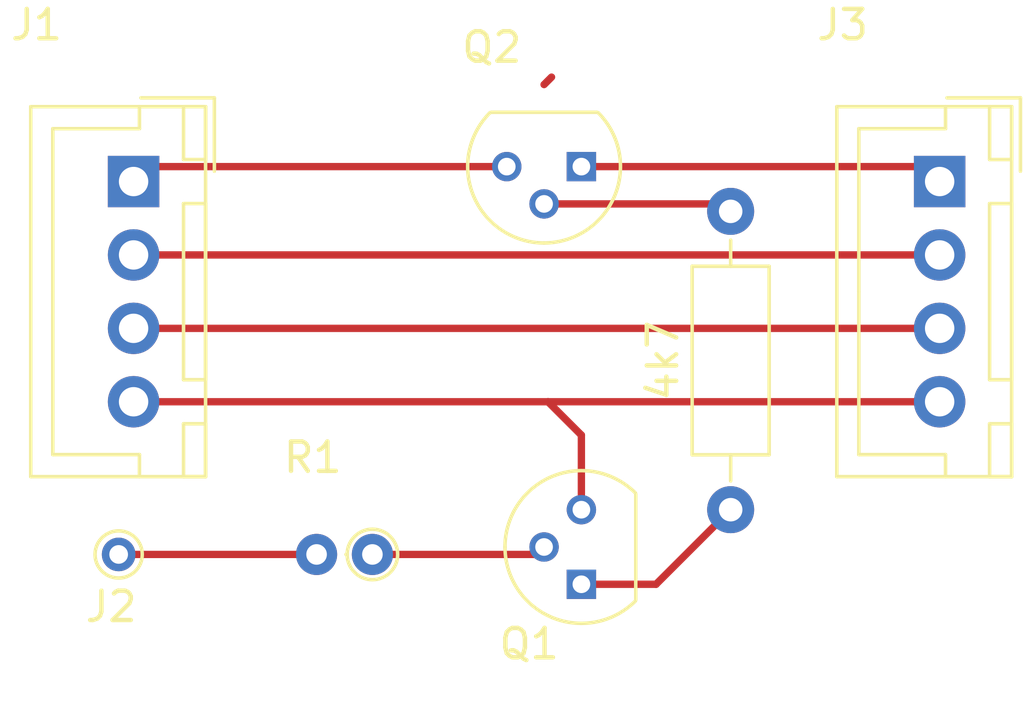
<source format=kicad_pcb>
(kicad_pcb (version 4) (host pcbnew 4.0.6)

  (general
    (links 10)
    (no_connects 0)
    (area 0 0 0 0)
    (thickness 1.6)
    (drawings 0)
    (tracks 19)
    (zones 0)
    (modules 7)
    (nets 10)
  )

  (page A4)
  (layers
    (0 F.Cu signal)
    (31 B.Cu signal)
    (32 B.Adhes user)
    (33 F.Adhes user)
    (34 B.Paste user)
    (35 F.Paste user)
    (36 B.SilkS user)
    (37 F.SilkS user)
    (38 B.Mask user)
    (39 F.Mask user)
    (40 Dwgs.User user)
    (41 Cmts.User user)
    (42 Eco1.User user)
    (43 Eco2.User user)
    (44 Edge.Cuts user)
    (45 Margin user)
    (46 B.CrtYd user)
    (47 F.CrtYd user)
    (48 B.Fab user)
    (49 F.Fab user)
  )

  (setup
    (last_trace_width 0.25)
    (trace_clearance 0.2)
    (zone_clearance 0.508)
    (zone_45_only no)
    (trace_min 0.2)
    (segment_width 0.2)
    (edge_width 0.15)
    (via_size 0.6)
    (via_drill 0.4)
    (via_min_size 0.4)
    (via_min_drill 0.3)
    (uvia_size 0.3)
    (uvia_drill 0.1)
    (uvias_allowed no)
    (uvia_min_size 0.2)
    (uvia_min_drill 0.1)
    (pcb_text_width 0.3)
    (pcb_text_size 1.5 1.5)
    (mod_edge_width 0.15)
    (mod_text_size 1 1)
    (mod_text_width 0.15)
    (pad_size 1.524 1.524)
    (pad_drill 0.762)
    (pad_to_mask_clearance 0.2)
    (aux_axis_origin 0 0)
    (visible_elements FFFFFF7F)
    (pcbplotparams
      (layerselection 0x00030_80000001)
      (usegerberextensions false)
      (excludeedgelayer true)
      (linewidth 0.100000)
      (plotframeref false)
      (viasonmask false)
      (mode 1)
      (useauxorigin false)
      (hpglpennumber 1)
      (hpglpenspeed 20)
      (hpglpendiameter 15)
      (hpglpenoverlay 2)
      (psnegative false)
      (psa4output false)
      (plotreference true)
      (plotvalue true)
      (plotinvisibletext false)
      (padsonsilk false)
      (subtractmaskfromsilk false)
      (outputformat 1)
      (mirror false)
      (drillshape 1)
      (scaleselection 1)
      (outputdirectory ""))
  )

  (net 0 "")
  (net 1 "Net-(Q1-Pad2)")
  (net 2 Earth)
  (net 3 "Net-(4k7-Pad1)")
  (net 4 "Net-(4k7-Pad2)")
  (net 5 /D+)
  (net 6 /D-)
  (net 7 /3V3)
  (net 8 /5V_IN)
  (net 9 /5V_OUT)

  (net_class Default "This is the default net class."
    (clearance 0.2)
    (trace_width 0.25)
    (via_dia 0.6)
    (via_drill 0.4)
    (uvia_dia 0.3)
    (uvia_drill 0.1)
    (add_net /3V3)
    (add_net /5V_IN)
    (add_net /5V_OUT)
    (add_net /D+)
    (add_net /D-)
    (add_net Earth)
    (add_net "Net-(4k7-Pad1)")
    (add_net "Net-(4k7-Pad2)")
    (add_net "Net-(Q1-Pad2)")
  )

  (module TO_SOT_Packages_THT:TO-92_Molded_Narrow (layer F.Cu) (tedit 592626ED) (tstamp 592622B4)
    (at 166.624 124.46 90)
    (descr "TO-92 leads molded, narrow, drill 0.6mm (see NXP sot054_po.pdf)")
    (tags "to-92 sc-43 sc-43a sot54 PA33 transistor")
    (path /59261C3E)
    (fp_text reference Q1 (at -2.032 -1.778 180) (layer F.SilkS)
      (effects (font (size 1 1) (thickness 0.15)))
    )
    (fp_text value BC547 (at -3.556 -0.254 180) (layer F.Fab)
      (effects (font (size 1 1) (thickness 0.15)))
    )
    (fp_text user %R (at -2.032 -1.778 180) (layer F.Fab)
      (effects (font (size 1 1) (thickness 0.15)))
    )
    (fp_line (start -0.53 1.85) (end 3.07 1.85) (layer F.SilkS) (width 0.12))
    (fp_line (start -0.5 1.75) (end 3 1.75) (layer F.Fab) (width 0.1))
    (fp_line (start -1.46 -2.73) (end 4 -2.73) (layer F.CrtYd) (width 0.05))
    (fp_line (start -1.46 -2.73) (end -1.46 2.01) (layer F.CrtYd) (width 0.05))
    (fp_line (start 4 2.01) (end 4 -2.73) (layer F.CrtYd) (width 0.05))
    (fp_line (start 4 2.01) (end -1.46 2.01) (layer F.CrtYd) (width 0.05))
    (fp_arc (start 1.27 0) (end 1.27 -2.48) (angle 135) (layer F.Fab) (width 0.1))
    (fp_arc (start 1.27 0) (end 1.27 -2.6) (angle -135) (layer F.SilkS) (width 0.12))
    (fp_arc (start 1.27 0) (end 1.27 -2.48) (angle -135) (layer F.Fab) (width 0.1))
    (fp_arc (start 1.27 0) (end 1.27 -2.6) (angle 135) (layer F.SilkS) (width 0.12))
    (pad 2 thru_hole circle (at 1.27 -1.27 180) (size 1 1) (drill 0.6) (layers *.Cu *.Mask)
      (net 1 "Net-(Q1-Pad2)"))
    (pad 3 thru_hole circle (at 2.54 0 180) (size 1 1) (drill 0.6) (layers *.Cu *.Mask)
      (net 2 Earth))
    (pad 1 thru_hole rect (at 0 0 180) (size 1 1) (drill 0.6) (layers *.Cu *.Mask)
      (net 3 "Net-(4k7-Pad1)"))
    (model ${KISYS3DMOD}/TO_SOT_Packages_THT.3dshapes/TO-92_Molded_Narrow.wrl
      (at (xyz 0.05 0 0))
      (scale (xyz 1 1 1))
      (rotate (xyz 0 0 -90))
    )
  )

  (module TO_SOT_Packages_THT:TO-92_Molded_Narrow (layer F.Cu) (tedit 59262960) (tstamp 592622C6)
    (at 166.624 110.236 180)
    (descr "TO-92 leads molded, narrow, drill 0.6mm (see NXP sot054_po.pdf)")
    (tags "to-92 sc-43 sc-43a sot54 PA33 transistor")
    (path /59261D7D)
    (fp_text reference Q2 (at 3.048 4.064 180) (layer F.SilkS)
      (effects (font (size 1 1) (thickness 0.15)))
    )
    (fp_text value BC327 (at 1.524 2.54 180) (layer F.Fab)
      (effects (font (size 1 1) (thickness 0.15)))
    )
    (fp_text user %R (at 3.048 4.064 180) (layer F.Fab)
      (effects (font (size 1 1) (thickness 0.15)))
    )
    (fp_line (start -0.53 1.85) (end 3.07 1.85) (layer F.SilkS) (width 0.12))
    (fp_line (start -0.5 1.75) (end 3 1.75) (layer F.Fab) (width 0.1))
    (fp_line (start -1.46 -2.73) (end 4 -2.73) (layer F.CrtYd) (width 0.05))
    (fp_line (start -1.46 -2.73) (end -1.46 2.01) (layer F.CrtYd) (width 0.05))
    (fp_line (start 4 2.01) (end 4 -2.73) (layer F.CrtYd) (width 0.05))
    (fp_line (start 4 2.01) (end -1.46 2.01) (layer F.CrtYd) (width 0.05))
    (fp_arc (start 1.27 0) (end 1.27 -2.48) (angle 135) (layer F.Fab) (width 0.1))
    (fp_arc (start 1.27 0) (end 1.27 -2.6) (angle -135) (layer F.SilkS) (width 0.12))
    (fp_arc (start 1.27 0) (end 1.27 -2.48) (angle -135) (layer F.Fab) (width 0.1))
    (fp_arc (start 1.27 0) (end 1.27 -2.6) (angle 135) (layer F.SilkS) (width 0.12))
    (pad 2 thru_hole circle (at 1.27 -1.27 270) (size 1 1) (drill 0.6) (layers *.Cu *.Mask)
      (net 4 "Net-(4k7-Pad2)"))
    (pad 3 thru_hole circle (at 2.54 0 270) (size 1 1) (drill 0.6) (layers *.Cu *.Mask)
      (net 8 /5V_IN))
    (pad 1 thru_hole rect (at 0 0 270) (size 1 1) (drill 0.6) (layers *.Cu *.Mask)
      (net 9 /5V_OUT))
    (model ${KISYS3DMOD}/TO_SOT_Packages_THT.3dshapes/TO-92_Molded_Narrow.wrl
      (at (xyz 0.05 0 0))
      (scale (xyz 1 1 1))
      (rotate (xyz 0 0 -90))
    )
  )

  (module Connectors_JST:JST_XH_B04B-XH-A_04x2.50mm_Straight (layer F.Cu) (tedit 592626B3) (tstamp 592624BD)
    (at 151.384 110.744 270)
    (descr "JST XH series connector, B04B-XH-A, top entry type, through hole")
    (tags "connector jst xh tht top vertical 2.50mm")
    (path /59261FA7)
    (fp_text reference J1 (at -5.334 3.302 360) (layer F.SilkS)
      (effects (font (size 1 1) (thickness 0.15)))
    )
    (fp_text value USB_IN (at -3.81 1.778 360) (layer F.Fab)
      (effects (font (size 1 1) (thickness 0.15)))
    )
    (fp_line (start -2.45 -2.35) (end -2.45 3.4) (layer F.Fab) (width 0.1))
    (fp_line (start -2.45 3.4) (end 9.95 3.4) (layer F.Fab) (width 0.1))
    (fp_line (start 9.95 3.4) (end 9.95 -2.35) (layer F.Fab) (width 0.1))
    (fp_line (start 9.95 -2.35) (end -2.45 -2.35) (layer F.Fab) (width 0.1))
    (fp_line (start -2.95 -2.85) (end -2.95 3.9) (layer F.CrtYd) (width 0.05))
    (fp_line (start -2.95 3.9) (end 10.45 3.9) (layer F.CrtYd) (width 0.05))
    (fp_line (start 10.45 3.9) (end 10.45 -2.85) (layer F.CrtYd) (width 0.05))
    (fp_line (start 10.45 -2.85) (end -2.95 -2.85) (layer F.CrtYd) (width 0.05))
    (fp_line (start -2.55 -2.45) (end -2.55 3.5) (layer F.SilkS) (width 0.12))
    (fp_line (start -2.55 3.5) (end 10.05 3.5) (layer F.SilkS) (width 0.12))
    (fp_line (start 10.05 3.5) (end 10.05 -2.45) (layer F.SilkS) (width 0.12))
    (fp_line (start 10.05 -2.45) (end -2.55 -2.45) (layer F.SilkS) (width 0.12))
    (fp_line (start 0.75 -2.45) (end 0.75 -1.7) (layer F.SilkS) (width 0.12))
    (fp_line (start 0.75 -1.7) (end 6.75 -1.7) (layer F.SilkS) (width 0.12))
    (fp_line (start 6.75 -1.7) (end 6.75 -2.45) (layer F.SilkS) (width 0.12))
    (fp_line (start 6.75 -2.45) (end 0.75 -2.45) (layer F.SilkS) (width 0.12))
    (fp_line (start -2.55 -2.45) (end -2.55 -1.7) (layer F.SilkS) (width 0.12))
    (fp_line (start -2.55 -1.7) (end -0.75 -1.7) (layer F.SilkS) (width 0.12))
    (fp_line (start -0.75 -1.7) (end -0.75 -2.45) (layer F.SilkS) (width 0.12))
    (fp_line (start -0.75 -2.45) (end -2.55 -2.45) (layer F.SilkS) (width 0.12))
    (fp_line (start 8.25 -2.45) (end 8.25 -1.7) (layer F.SilkS) (width 0.12))
    (fp_line (start 8.25 -1.7) (end 10.05 -1.7) (layer F.SilkS) (width 0.12))
    (fp_line (start 10.05 -1.7) (end 10.05 -2.45) (layer F.SilkS) (width 0.12))
    (fp_line (start 10.05 -2.45) (end 8.25 -2.45) (layer F.SilkS) (width 0.12))
    (fp_line (start -2.55 -0.2) (end -1.8 -0.2) (layer F.SilkS) (width 0.12))
    (fp_line (start -1.8 -0.2) (end -1.8 2.75) (layer F.SilkS) (width 0.12))
    (fp_line (start -1.8 2.75) (end 3.75 2.75) (layer F.SilkS) (width 0.12))
    (fp_line (start 10.05 -0.2) (end 9.3 -0.2) (layer F.SilkS) (width 0.12))
    (fp_line (start 9.3 -0.2) (end 9.3 2.75) (layer F.SilkS) (width 0.12))
    (fp_line (start 9.3 2.75) (end 3.75 2.75) (layer F.SilkS) (width 0.12))
    (fp_line (start -0.35 -2.75) (end -2.85 -2.75) (layer F.SilkS) (width 0.12))
    (fp_line (start -2.85 -2.75) (end -2.85 -0.25) (layer F.SilkS) (width 0.12))
    (fp_line (start -0.35 -2.75) (end -2.85 -2.75) (layer F.Fab) (width 0.1))
    (fp_line (start -2.85 -2.75) (end -2.85 -0.25) (layer F.Fab) (width 0.1))
    (fp_text user %R (at -5.334 3.302 360) (layer F.Fab)
      (effects (font (size 1 1) (thickness 0.15)))
    )
    (pad 1 thru_hole rect (at 0 0 270) (size 1.75 1.75) (drill 1) (layers *.Cu *.Mask)
      (net 8 /5V_IN))
    (pad 2 thru_hole circle (at 2.5 0 270) (size 1.75 1.75) (drill 1) (layers *.Cu *.Mask)
      (net 5 /D+))
    (pad 3 thru_hole circle (at 5 0 270) (size 1.75 1.75) (drill 1) (layers *.Cu *.Mask)
      (net 6 /D-))
    (pad 4 thru_hole circle (at 7.5 0 270) (size 1.75 1.75) (drill 1) (layers *.Cu *.Mask)
      (net 2 Earth))
    (model Connectors_JST.3dshapes/JST_XH_B04B-XH-A_04x2.50mm_Straight.wrl
      (at (xyz 0 0 0))
      (scale (xyz 1 1 1))
      (rotate (xyz 0 0 0))
    )
  )

  (module Connectors:PINTST (layer F.Cu) (tedit 592626D0) (tstamp 592624C5)
    (at 150.876 123.444)
    (descr "module 1 pin (ou trou mecanique de percage)")
    (tags DEV)
    (path /59261F08)
    (fp_text reference J2 (at -0.254 1.778) (layer F.SilkS)
      (effects (font (size 1 1) (thickness 0.15)))
    )
    (fp_text value GPIO (at 0.254 3.302) (layer F.Fab)
      (effects (font (size 1 1) (thickness 0.15)))
    )
    (fp_circle (center 0 0) (end 1.1 0) (layer F.CrtYd) (width 0.05))
    (fp_circle (center 0 0) (end 0.4 0.6) (layer F.Fab) (width 0.1))
    (fp_circle (center 0 0) (end -0.254 -0.762) (layer F.SilkS) (width 0.12))
    (pad 1 thru_hole circle (at 0 0) (size 1.143 1.143) (drill 0.635) (layers *.Cu *.Mask)
      (net 7 /3V3))
    (model Connectors.3dshapes/PINTST.wrl
      (at (xyz 0 0 0))
      (scale (xyz 1 1 1))
      (rotate (xyz 0 0 0))
    )
  )

  (module Connectors_JST:JST_XH_B04B-XH-A_04x2.50mm_Straight (layer F.Cu) (tedit 59262705) (tstamp 592624F0)
    (at 178.816 110.744 270)
    (descr "JST XH series connector, B04B-XH-A, top entry type, through hole")
    (tags "connector jst xh tht top vertical 2.50mm")
    (path /592621D2)
    (fp_text reference J3 (at -5.334 3.302 360) (layer F.SilkS)
      (effects (font (size 1 1) (thickness 0.15)))
    )
    (fp_text value USB_OUT (at -3.81 0.762 360) (layer F.Fab)
      (effects (font (size 1 1) (thickness 0.15)))
    )
    (fp_line (start -2.45 -2.35) (end -2.45 3.4) (layer F.Fab) (width 0.1))
    (fp_line (start -2.45 3.4) (end 9.95 3.4) (layer F.Fab) (width 0.1))
    (fp_line (start 9.95 3.4) (end 9.95 -2.35) (layer F.Fab) (width 0.1))
    (fp_line (start 9.95 -2.35) (end -2.45 -2.35) (layer F.Fab) (width 0.1))
    (fp_line (start -2.95 -2.85) (end -2.95 3.9) (layer F.CrtYd) (width 0.05))
    (fp_line (start -2.95 3.9) (end 10.45 3.9) (layer F.CrtYd) (width 0.05))
    (fp_line (start 10.45 3.9) (end 10.45 -2.85) (layer F.CrtYd) (width 0.05))
    (fp_line (start 10.45 -2.85) (end -2.95 -2.85) (layer F.CrtYd) (width 0.05))
    (fp_line (start -2.55 -2.45) (end -2.55 3.5) (layer F.SilkS) (width 0.12))
    (fp_line (start -2.55 3.5) (end 10.05 3.5) (layer F.SilkS) (width 0.12))
    (fp_line (start 10.05 3.5) (end 10.05 -2.45) (layer F.SilkS) (width 0.12))
    (fp_line (start 10.05 -2.45) (end -2.55 -2.45) (layer F.SilkS) (width 0.12))
    (fp_line (start 0.75 -2.45) (end 0.75 -1.7) (layer F.SilkS) (width 0.12))
    (fp_line (start 0.75 -1.7) (end 6.75 -1.7) (layer F.SilkS) (width 0.12))
    (fp_line (start 6.75 -1.7) (end 6.75 -2.45) (layer F.SilkS) (width 0.12))
    (fp_line (start 6.75 -2.45) (end 0.75 -2.45) (layer F.SilkS) (width 0.12))
    (fp_line (start -2.55 -2.45) (end -2.55 -1.7) (layer F.SilkS) (width 0.12))
    (fp_line (start -2.55 -1.7) (end -0.75 -1.7) (layer F.SilkS) (width 0.12))
    (fp_line (start -0.75 -1.7) (end -0.75 -2.45) (layer F.SilkS) (width 0.12))
    (fp_line (start -0.75 -2.45) (end -2.55 -2.45) (layer F.SilkS) (width 0.12))
    (fp_line (start 8.25 -2.45) (end 8.25 -1.7) (layer F.SilkS) (width 0.12))
    (fp_line (start 8.25 -1.7) (end 10.05 -1.7) (layer F.SilkS) (width 0.12))
    (fp_line (start 10.05 -1.7) (end 10.05 -2.45) (layer F.SilkS) (width 0.12))
    (fp_line (start 10.05 -2.45) (end 8.25 -2.45) (layer F.SilkS) (width 0.12))
    (fp_line (start -2.55 -0.2) (end -1.8 -0.2) (layer F.SilkS) (width 0.12))
    (fp_line (start -1.8 -0.2) (end -1.8 2.75) (layer F.SilkS) (width 0.12))
    (fp_line (start -1.8 2.75) (end 3.75 2.75) (layer F.SilkS) (width 0.12))
    (fp_line (start 10.05 -0.2) (end 9.3 -0.2) (layer F.SilkS) (width 0.12))
    (fp_line (start 9.3 -0.2) (end 9.3 2.75) (layer F.SilkS) (width 0.12))
    (fp_line (start 9.3 2.75) (end 3.75 2.75) (layer F.SilkS) (width 0.12))
    (fp_line (start -0.35 -2.75) (end -2.85 -2.75) (layer F.SilkS) (width 0.12))
    (fp_line (start -2.85 -2.75) (end -2.85 -0.25) (layer F.SilkS) (width 0.12))
    (fp_line (start -0.35 -2.75) (end -2.85 -2.75) (layer F.Fab) (width 0.1))
    (fp_line (start -2.85 -2.75) (end -2.85 -0.25) (layer F.Fab) (width 0.1))
    (fp_text user %R (at -5.334 3.302 360) (layer F.Fab)
      (effects (font (size 1 1) (thickness 0.15)))
    )
    (pad 1 thru_hole rect (at 0 0 270) (size 1.75 1.75) (drill 1) (layers *.Cu *.Mask)
      (net 9 /5V_OUT))
    (pad 2 thru_hole circle (at 2.5 0 270) (size 1.75 1.75) (drill 1) (layers *.Cu *.Mask)
      (net 5 /D+))
    (pad 3 thru_hole circle (at 5 0 270) (size 1.75 1.75) (drill 1) (layers *.Cu *.Mask)
      (net 6 /D-))
    (pad 4 thru_hole circle (at 7.5 0 270) (size 1.75 1.75) (drill 1) (layers *.Cu *.Mask)
      (net 2 Earth))
    (model Connectors_JST.3dshapes/JST_XH_B04B-XH-A_04x2.50mm_Straight.wrl
      (at (xyz 0 0 0))
      (scale (xyz 1 1 1))
      (rotate (xyz 0 0 0))
    )
  )

  (module Resistors_THT:R_Axial_DIN0204_L3.6mm_D1.6mm_P1.90mm_Vertical (layer F.Cu) (tedit 592626DC) (tstamp 592624FE)
    (at 159.512 123.444 180)
    (descr "Resistor, Axial_DIN0204 series, Axial, Vertical, pin pitch=1.9mm, 0.16666666666666666W = 1/6W, length*diameter=3.6*1.6mm^2, http://cdn-reichelt.de/documents/datenblatt/B400/1_4W%23YAG.pdf")
    (tags "Resistor Axial_DIN0204 series Axial Vertical pin pitch 1.9mm 0.16666666666666666W = 1/6W length 3.6mm diameter 1.6mm")
    (path /59261E14)
    (fp_text reference R1 (at 2.032 3.302 180) (layer F.SilkS)
      (effects (font (size 1 1) (thickness 0.15)))
    )
    (fp_text value 10k (at 1.524 1.778 180) (layer F.Fab)
      (effects (font (size 1 1) (thickness 0.15)))
    )
    (fp_circle (center 0 0) (end 0.8 0) (layer F.Fab) (width 0.1))
    (fp_circle (center 0 0) (end 0.86 0) (layer F.SilkS) (width 0.12))
    (fp_line (start 0 0) (end 1.9 0) (layer F.Fab) (width 0.1))
    (fp_line (start 0.86 0) (end 0.9 0) (layer F.SilkS) (width 0.12))
    (fp_line (start -1.15 -1.15) (end -1.15 1.15) (layer F.CrtYd) (width 0.05))
    (fp_line (start -1.15 1.15) (end 2.95 1.15) (layer F.CrtYd) (width 0.05))
    (fp_line (start 2.95 1.15) (end 2.95 -1.15) (layer F.CrtYd) (width 0.05))
    (fp_line (start 2.95 -1.15) (end -1.15 -1.15) (layer F.CrtYd) (width 0.05))
    (pad 1 thru_hole circle (at 0 0 180) (size 1.4 1.4) (drill 0.7) (layers *.Cu *.Mask)
      (net 1 "Net-(Q1-Pad2)"))
    (pad 2 thru_hole oval (at 1.9 0 180) (size 1.4 1.4) (drill 0.7) (layers *.Cu *.Mask)
      (net 7 /3V3))
    (model Resistors_THT.3dshapes/R_Axial_DIN0204_L3.6mm_D1.6mm_P1.90mm_Vertical.wrl
      (at (xyz 0 0 0))
      (scale (xyz 0.393701 0.393701 0.393701))
      (rotate (xyz 0 0 0))
    )
  )

  (module Resistors_THT:R_Axial_DIN0207_L6.3mm_D2.5mm_P10.16mm_Horizontal (layer F.Cu) (tedit 5874F706) (tstamp 59262492)
    (at 171.704 121.92 90)
    (descr "Resistor, Axial_DIN0207 series, Axial, Horizontal, pin pitch=10.16mm, 0.25W = 1/4W, length*diameter=6.3*2.5mm^2, http://cdn-reichelt.de/documents/datenblatt/B400/1_4W%23YAG.pdf")
    (tags "Resistor Axial_DIN0207 series Axial Horizontal pin pitch 10.16mm 0.25W = 1/4W length 6.3mm diameter 2.5mm")
    (path /59261EBD)
    (fp_text reference 4k7 (at 5.08 -2.31 90) (layer F.SilkS)
      (effects (font (size 1 1) (thickness 0.15)))
    )
    (fp_text value R2 (at 5.08 2.31 90) (layer F.Fab)
      (effects (font (size 1 1) (thickness 0.15)))
    )
    (fp_line (start 1.93 -1.25) (end 1.93 1.25) (layer F.Fab) (width 0.1))
    (fp_line (start 1.93 1.25) (end 8.23 1.25) (layer F.Fab) (width 0.1))
    (fp_line (start 8.23 1.25) (end 8.23 -1.25) (layer F.Fab) (width 0.1))
    (fp_line (start 8.23 -1.25) (end 1.93 -1.25) (layer F.Fab) (width 0.1))
    (fp_line (start 0 0) (end 1.93 0) (layer F.Fab) (width 0.1))
    (fp_line (start 10.16 0) (end 8.23 0) (layer F.Fab) (width 0.1))
    (fp_line (start 1.87 -1.31) (end 1.87 1.31) (layer F.SilkS) (width 0.12))
    (fp_line (start 1.87 1.31) (end 8.29 1.31) (layer F.SilkS) (width 0.12))
    (fp_line (start 8.29 1.31) (end 8.29 -1.31) (layer F.SilkS) (width 0.12))
    (fp_line (start 8.29 -1.31) (end 1.87 -1.31) (layer F.SilkS) (width 0.12))
    (fp_line (start 0.98 0) (end 1.87 0) (layer F.SilkS) (width 0.12))
    (fp_line (start 9.18 0) (end 8.29 0) (layer F.SilkS) (width 0.12))
    (fp_line (start -1.05 -1.6) (end -1.05 1.6) (layer F.CrtYd) (width 0.05))
    (fp_line (start -1.05 1.6) (end 11.25 1.6) (layer F.CrtYd) (width 0.05))
    (fp_line (start 11.25 1.6) (end 11.25 -1.6) (layer F.CrtYd) (width 0.05))
    (fp_line (start 11.25 -1.6) (end -1.05 -1.6) (layer F.CrtYd) (width 0.05))
    (pad 1 thru_hole circle (at 0 0 90) (size 1.6 1.6) (drill 0.8) (layers *.Cu *.Mask)
      (net 3 "Net-(4k7-Pad1)"))
    (pad 2 thru_hole oval (at 10.16 0 90) (size 1.6 1.6) (drill 0.8) (layers *.Cu *.Mask)
      (net 4 "Net-(4k7-Pad2)"))
    (model Resistors_THT.3dshapes/R_Axial_DIN0207_L6.3mm_D2.5mm_P10.16mm_Horizontal.wrl
      (at (xyz 0 0 0))
      (scale (xyz 0.393701 0.393701 0.393701))
      (rotate (xyz 0 0 0))
    )
  )

  (segment (start 165.608 107.188) (end 165.354 107.442) (width 0.25) (layer F.Cu) (net 0) (tstamp 59262A2F))
  (segment (start 159.512 123.444) (end 165.1 123.444) (width 0.25) (layer F.Cu) (net 1))
  (segment (start 165.1 123.444) (end 165.354 123.19) (width 0.25) (layer F.Cu) (net 1) (tstamp 592629E2))
  (segment (start 166.624 121.92) (end 166.624 119.38) (width 0.25) (layer F.Cu) (net 2))
  (segment (start 166.624 119.38) (end 165.488 118.244) (width 0.25) (layer F.Cu) (net 2) (tstamp 59262A28))
  (segment (start 151.384 118.244) (end 165.488 118.244) (width 0.25) (layer F.Cu) (net 2))
  (segment (start 165.488 118.244) (end 178.816 118.244) (width 0.25) (layer F.Cu) (net 2) (tstamp 59262A2C))
  (segment (start 166.624 124.46) (end 169.164 124.46) (width 0.25) (layer F.Cu) (net 3))
  (segment (start 169.164 124.46) (end 171.704 121.92) (width 0.25) (layer F.Cu) (net 3) (tstamp 59262AB4))
  (segment (start 165.354 111.506) (end 171.45 111.506) (width 0.25) (layer F.Cu) (net 4))
  (segment (start 171.45 111.506) (end 171.704 111.76) (width 0.25) (layer F.Cu) (net 4) (tstamp 59262AB8))
  (segment (start 151.384 113.244) (end 178.816 113.244) (width 0.25) (layer F.Cu) (net 5))
  (segment (start 178.816 115.744) (end 151.384 115.744) (width 0.25) (layer F.Cu) (net 6))
  (segment (start 150.876 123.444) (end 157.104 123.444) (width 0.25) (layer F.Cu) (net 7))
  (segment (start 164.084 110.236) (end 151.892 110.236) (width 0.25) (layer F.Cu) (net 8))
  (segment (start 151.892 110.236) (end 151.384 110.744) (width 0.25) (layer F.Cu) (net 8) (tstamp 59262ABE))
  (segment (start 166.624 110.236) (end 178.308 110.236) (width 0.25) (layer F.Cu) (net 9))
  (segment (start 178.308 110.236) (end 178.816 110.744) (width 0.25) (layer F.Cu) (net 9) (tstamp 59262ABB))
  (segment (start 178.816 110.744) (end 178.308 110.744) (width 0.25) (layer F.Cu) (net 9))

)

</source>
